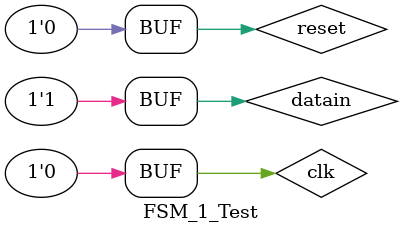
<source format=v>
`timescale 1ns / 1ps


module FSM_1_Test;

	// Inputs
	reg clk;
	reg datain;
	reg reset;

	// Outputs
	wire yes;

	// Instantiate the Unit Under Test (UUT)
	FSM_1 uut (
		.clk(clk), 
		.datain(datain), 
		.reset(reset), 
		.yes(yes)
	);

	initial begin
		// Initialize Inputs
		clk = 0;
		datain = 0;
		reset = 0;

		// Wait 100 ns for global reset to finish
		#1;
		clk = 1;
		datain = 1;
		#1;
		clk =0;
		
		#1;
		clk = 1;
		datain = 0;
		#1;
		clk =0;
		
		#1;
		clk = 1;
		datain = 1;
		#1;
		clk =0;
		
		#1;
		clk = 1;
		datain = 0;
		#1;
		clk =0;
		
		#1;
		clk = 1;
		datain = 0;
		#1;
		clk =0;
		
		#1;
		clk = 1;
		datain = 0;
		#1;
		clk =0;
		
		#1;
		clk = 1;
		datain = 1;
		#1;
		clk =0;
		
		#1;
		clk = 1;
		datain = 1;
		#1;
		clk =0;
		
		
		
        
		// Add stimulus here

	end
      
endmodule


</source>
